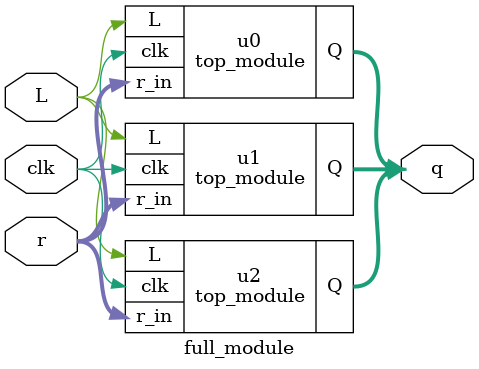
<source format=sv>
module top_module(
    input clk,
    input L,
    input [2:0] r_in,
    output reg [2:0] Q
);

    always @(posedge clk) begin
        if (L) begin
            Q <= r_in;
        end else begin
            Q <= {Q[1] ^ Q[2], Q[0], Q[2]};
        end
    end

endmodule
module full_module (
    input [2:0] r,
    input L,
    input clk,
    output reg [2:0] q
);

    top_module u0(
        .clk(clk),
        .L(L),
        .r_in(r),
        .Q(q)
    );

    top_module u1(
        .clk(clk),
        .L(L),
        .r_in(r),
        .Q(q)
    );

    top_module u2(
        .clk(clk),
        .L(L),
        .r_in(r),
        .Q(q)
    );

endmodule

</source>
